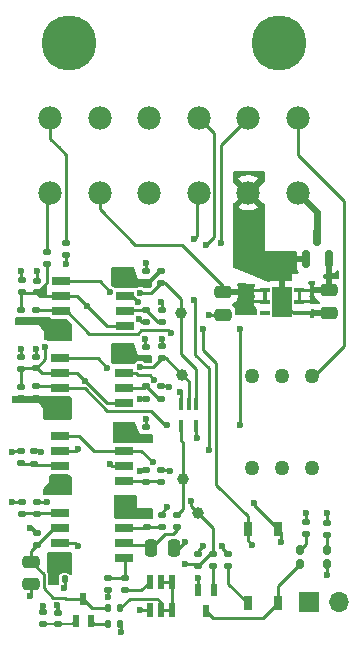
<source format=gbr>
%TF.GenerationSoftware,KiCad,Pcbnew,(6.0.8)*%
%TF.CreationDate,2023-11-13T19:04:35+01:00*%
%TF.ProjectId,BSPD-07,42535044-2d30-4372-9e6b-696361645f70,rev?*%
%TF.SameCoordinates,Original*%
%TF.FileFunction,Copper,L1,Top*%
%TF.FilePolarity,Positive*%
%FSLAX46Y46*%
G04 Gerber Fmt 4.6, Leading zero omitted, Abs format (unit mm)*
G04 Created by KiCad (PCBNEW (6.0.8)) date 2023-11-13 19:04:35*
%MOMM*%
%LPD*%
G01*
G04 APERTURE LIST*
G04 Aperture macros list*
%AMRoundRect*
0 Rectangle with rounded corners*
0 $1 Rounding radius*
0 $2 $3 $4 $5 $6 $7 $8 $9 X,Y pos of 4 corners*
0 Add a 4 corners polygon primitive as box body*
4,1,4,$2,$3,$4,$5,$6,$7,$8,$9,$2,$3,0*
0 Add four circle primitives for the rounded corners*
1,1,$1+$1,$2,$3*
1,1,$1+$1,$4,$5*
1,1,$1+$1,$6,$7*
1,1,$1+$1,$8,$9*
0 Add four rect primitives between the rounded corners*
20,1,$1+$1,$2,$3,$4,$5,0*
20,1,$1+$1,$4,$5,$6,$7,0*
20,1,$1+$1,$6,$7,$8,$9,0*
20,1,$1+$1,$8,$9,$2,$3,0*%
G04 Aperture macros list end*
%TA.AperFunction,SMDPad,CuDef*%
%ADD10RoundRect,0.135000X-0.185000X0.135000X-0.185000X-0.135000X0.185000X-0.135000X0.185000X0.135000X0*%
%TD*%
%TA.AperFunction,SMDPad,CuDef*%
%ADD11RoundRect,0.140000X0.170000X-0.140000X0.170000X0.140000X-0.170000X0.140000X-0.170000X-0.140000X0*%
%TD*%
%TA.AperFunction,SMDPad,CuDef*%
%ADD12C,1.000000*%
%TD*%
%TA.AperFunction,SMDPad,CuDef*%
%ADD13RoundRect,0.135000X0.185000X-0.135000X0.185000X0.135000X-0.185000X0.135000X-0.185000X-0.135000X0*%
%TD*%
%TA.AperFunction,SMDPad,CuDef*%
%ADD14RoundRect,0.250000X0.475000X-0.250000X0.475000X0.250000X-0.475000X0.250000X-0.475000X-0.250000X0*%
%TD*%
%TA.AperFunction,SMDPad,CuDef*%
%ADD15RoundRect,0.147500X-0.172500X0.147500X-0.172500X-0.147500X0.172500X-0.147500X0.172500X0.147500X0*%
%TD*%
%TA.AperFunction,ComponentPad*%
%ADD16C,1.269000*%
%TD*%
%TA.AperFunction,SMDPad,CuDef*%
%ADD17R,1.528000X0.650000*%
%TD*%
%TA.AperFunction,SMDPad,CuDef*%
%ADD18RoundRect,0.140000X0.140000X0.170000X-0.140000X0.170000X-0.140000X-0.170000X0.140000X-0.170000X0*%
%TD*%
%TA.AperFunction,SMDPad,CuDef*%
%ADD19RoundRect,0.250000X-0.250000X-0.475000X0.250000X-0.475000X0.250000X0.475000X-0.250000X0.475000X0*%
%TD*%
%TA.AperFunction,SMDPad,CuDef*%
%ADD20RoundRect,0.160000X0.160000X-0.222500X0.160000X0.222500X-0.160000X0.222500X-0.160000X-0.222500X0*%
%TD*%
%TA.AperFunction,SMDPad,CuDef*%
%ADD21RoundRect,0.135000X0.135000X0.185000X-0.135000X0.185000X-0.135000X-0.185000X0.135000X-0.185000X0*%
%TD*%
%TA.AperFunction,SMDPad,CuDef*%
%ADD22R,0.850000X0.300000*%
%TD*%
%TA.AperFunction,SMDPad,CuDef*%
%ADD23R,1.700000X2.500000*%
%TD*%
%TA.AperFunction,SMDPad,CuDef*%
%ADD24RoundRect,0.140000X-0.170000X0.140000X-0.170000X-0.140000X0.170000X-0.140000X0.170000X0.140000X0*%
%TD*%
%TA.AperFunction,SMDPad,CuDef*%
%ADD25RoundRect,0.250000X-0.475000X0.250000X-0.475000X-0.250000X0.475000X-0.250000X0.475000X0.250000X0*%
%TD*%
%TA.AperFunction,SMDPad,CuDef*%
%ADD26R,0.400000X1.050000*%
%TD*%
%TA.AperFunction,SMDPad,CuDef*%
%ADD27R,0.800000X1.200000*%
%TD*%
%TA.AperFunction,ComponentPad*%
%ADD28R,1.700000X1.700000*%
%TD*%
%TA.AperFunction,ComponentPad*%
%ADD29O,1.700000X1.700000*%
%TD*%
%TA.AperFunction,SMDPad,CuDef*%
%ADD30R,0.600000X1.300000*%
%TD*%
%TA.AperFunction,SMDPad,CuDef*%
%ADD31R,0.500000X1.100000*%
%TD*%
%TA.AperFunction,SMDPad,CuDef*%
%ADD32RoundRect,0.150000X0.150000X-0.587500X0.150000X0.587500X-0.150000X0.587500X-0.150000X-0.587500X0*%
%TD*%
%TA.AperFunction,ComponentPad*%
%ADD33C,4.665000*%
%TD*%
%TA.AperFunction,ComponentPad*%
%ADD34C,1.965000*%
%TD*%
%TA.AperFunction,ViaPad*%
%ADD35C,0.600000*%
%TD*%
%TA.AperFunction,Conductor*%
%ADD36C,0.254000*%
%TD*%
%TA.AperFunction,Conductor*%
%ADD37C,0.300000*%
%TD*%
%TA.AperFunction,Conductor*%
%ADD38C,0.600000*%
%TD*%
%TA.AperFunction,Conductor*%
%ADD39C,0.200000*%
%TD*%
G04 APERTURE END LIST*
D10*
%TO.P,R32,1*%
%TO.N,BRAKE_IN_NF*%
X154787600Y-102461600D03*
%TO.P,R32,2*%
%TO.N,BRAKE_IN*%
X154787600Y-103481600D03*
%TD*%
%TO.P,R31,1*%
%TO.N,TPS_IN_NF*%
X153212800Y-103172800D03*
%TO.P,R31,2*%
%TO.N,TPS_IN*%
X153212800Y-104192800D03*
%TD*%
D11*
%TO.P,C11,1*%
%TO.N,BRAKE_IN*%
X152247600Y-113052800D03*
%TO.P,C11,2*%
%TO.N,GND*%
X152247600Y-112092800D03*
%TD*%
%TO.P,C10,1*%
%TO.N,TPS_IN*%
X152298400Y-106601200D03*
%TO.P,C10,2*%
%TO.N,GND*%
X152298400Y-105641200D03*
%TD*%
D12*
%TO.P,TP2,1,1*%
%TO.N,BRAKE_COMP_OUT*%
X164642800Y-113588800D03*
%TD*%
D10*
%TO.P,R18,1*%
%TO.N,GND*%
X152095200Y-120103900D03*
%TO.P,R18,2*%
%TO.N,Net-(IC6-Pad3)*%
X152095200Y-121123900D03*
%TD*%
D13*
%TO.P,R23,1*%
%TO.N,Net-(D3-Pad2)*%
X176911000Y-127193500D03*
%TO.P,R23,2*%
%TO.N,+5V*%
X176911000Y-126173500D03*
%TD*%
%TO.P,R15,1*%
%TO.N,/10ms VAL*%
X152349200Y-128016000D03*
%TO.P,R15,2*%
%TO.N,GND*%
X152349200Y-126996000D03*
%TD*%
D14*
%TO.P,C5,1*%
%TO.N,+5V*%
X151841200Y-131328200D03*
%TO.P,C5,2*%
%TO.N,/10ms VAL*%
X151841200Y-129428200D03*
%TD*%
D15*
%TO.P,D2,1,A1*%
%TO.N,BRAKE_IN*%
X150977600Y-114627800D03*
%TO.P,D2,2,A2*%
%TO.N,GND*%
X150977600Y-115597800D03*
%TD*%
D13*
%TO.P,R4,1*%
%TO.N,GND*%
X161550800Y-109120400D03*
%TO.P,R4,2*%
%TO.N,Net-(IC1-Pad6)*%
X161550800Y-108100400D03*
%TD*%
D16*
%TO.P,RV1,1,1*%
%TO.N,unconnected-(RV1-Pad1)*%
X170561000Y-113715800D03*
%TO.P,RV1,2,2*%
%TO.N,+5V*%
X173101000Y-113715800D03*
%TO.P,RV1,3,3*%
%TO.N,TPS_TRIG*%
X175641000Y-113715800D03*
%TD*%
D10*
%TO.P,R30,1*%
%TO.N,GND*%
X161544000Y-121664000D03*
%TO.P,R30,2*%
%TO.N,Net-(IC6-Pad5)*%
X161544000Y-122684000D03*
%TD*%
D17*
%TO.P,IC1,1,OUT1*%
%TO.N,TPS_COMP_OUT*%
X154394800Y-105689400D03*
%TO.P,IC1,2,IN1-*%
%TO.N,TPS_IN*%
X154394800Y-106959400D03*
%TO.P,IC1,3,IN1+*%
%TO.N,TPS_TRIG*%
X154394800Y-108229400D03*
%TO.P,IC1,4,GND*%
%TO.N,GND*%
X154394800Y-109499400D03*
%TO.P,IC1,5,IN2+*%
%TO.N,TPS_IN*%
X159816800Y-109499400D03*
%TO.P,IC1,6,IN2-*%
%TO.N,Net-(IC1-Pad6)*%
X159816800Y-108229400D03*
%TO.P,IC1,7,OUT2*%
%TO.N,ERR_FINAL*%
X159816800Y-106959400D03*
%TO.P,IC1,8,V+*%
%TO.N,+5V*%
X159816800Y-105689400D03*
%TD*%
D18*
%TO.P,C4,1*%
%TO.N,GND*%
X154658000Y-130937000D03*
%TO.P,C4,2*%
%TO.N,+5V*%
X153698000Y-130937000D03*
%TD*%
D19*
%TO.P,C3,1*%
%TO.N,Net-(IC3-Pad2)*%
X161991000Y-128270000D03*
%TO.P,C3,2*%
%TO.N,GND*%
X163891000Y-128270000D03*
%TD*%
D13*
%TO.P,R29,1*%
%TO.N,Net-(IC6-Pad5)*%
X162864800Y-122684000D03*
%TO.P,R29,2*%
%TO.N,+5V*%
X162864800Y-121664000D03*
%TD*%
%TO.P,R5,1*%
%TO.N,GND*%
X152203600Y-115584700D03*
%TO.P,R5,2*%
%TO.N,BRAKE_TRIG*%
X152203600Y-114564700D03*
%TD*%
%TO.P,R12,1*%
%TO.N,Net-(IC3-Pad2)*%
X164211000Y-126494000D03*
%TO.P,R12,2*%
%TO.N,ERR_CURRENT*%
X164211000Y-125474000D03*
%TD*%
%TO.P,R7,1*%
%TO.N,Net-(IC1-Pad6)*%
X162868800Y-109120400D03*
%TO.P,R7,2*%
%TO.N,+5V*%
X162868800Y-108100400D03*
%TD*%
%TO.P,R20,1*%
%TO.N,Net-(C8-Pad2)*%
X152806400Y-134751600D03*
%TO.P,R20,2*%
%TO.N,GND*%
X152806400Y-133731600D03*
%TD*%
D20*
%TO.P,D4,1,K*%
%TO.N,INFO_LED*%
X174625000Y-129604500D03*
%TO.P,D4,2,A*%
%TO.N,Net-(D4-Pad2)*%
X174625000Y-128459500D03*
%TD*%
%TO.P,D3,1,K*%
%TO.N,GND*%
X176911000Y-129604500D03*
%TO.P,D3,2,A*%
%TO.N,Net-(D3-Pad2)*%
X176911000Y-128459500D03*
%TD*%
D13*
%TO.P,R11,1*%
%TO.N,/500MS_REF*%
X161598800Y-126492000D03*
%TO.P,R11,2*%
%TO.N,GND*%
X161598800Y-125472000D03*
%TD*%
D21*
%TO.P,R21,1*%
%TO.N,GND*%
X159387000Y-134747000D03*
%TO.P,R21,2*%
%TO.N,Net-(Q2-Pad2)*%
X158367000Y-134747000D03*
%TD*%
D17*
%TO.P,IC2,1,OUT1*%
%TO.N,BRAKE_COMP_OUT*%
X154311800Y-112189800D03*
%TO.P,IC2,2,IN1-*%
%TO.N,BRAKE_IN*%
X154311800Y-113459800D03*
%TO.P,IC2,3,IN1+*%
%TO.N,BRAKE_TRIG*%
X154311800Y-114729800D03*
%TO.P,IC2,4,GND*%
%TO.N,GND*%
X154311800Y-115999800D03*
%TO.P,IC2,5,IN2+*%
%TO.N,BRAKE_IN*%
X159733800Y-115999800D03*
%TO.P,IC2,6,IN2-*%
%TO.N,Net-(IC2-Pad6)*%
X159733800Y-114729800D03*
%TO.P,IC2,7,OUT2*%
%TO.N,ERR_FINAL*%
X159733800Y-113459800D03*
%TO.P,IC2,8,V+*%
%TO.N,+5V*%
X159733800Y-112189800D03*
%TD*%
D22*
%TO.P,IC4,1,GND_1*%
%TO.N,GND*%
X174548200Y-108366600D03*
%TO.P,IC4,2,EN*%
%TO.N,Net-(C6-Pad1)*%
X174548200Y-107416600D03*
%TO.P,IC4,3,VIN*%
X174548200Y-106466600D03*
%TO.P,IC4,4,VOUT*%
%TO.N,+5V*%
X171648200Y-106466600D03*
%TO.P,IC4,5,VSENSE*%
X171648200Y-107416600D03*
%TO.P,IC4,6,ADJ*%
%TO.N,unconnected-(IC4-Pad6)*%
X171648200Y-108366600D03*
D23*
%TO.P,IC4,7,GND_2*%
%TO.N,GND*%
X173098200Y-107416600D03*
%TD*%
D24*
%TO.P,C2,1*%
%TO.N,GND*%
X161544000Y-111252600D03*
%TO.P,C2,2*%
%TO.N,+5V*%
X161544000Y-112212600D03*
%TD*%
D15*
%TO.P,D1,1,A1*%
%TO.N,TPS_IN*%
X150981600Y-108098000D03*
%TO.P,D1,2,A2*%
%TO.N,GND*%
X150981600Y-109068000D03*
%TD*%
D25*
%TO.P,C6,1*%
%TO.N,Net-(C6-Pad1)*%
X177035200Y-106466600D03*
%TO.P,C6,2*%
%TO.N,GND*%
X177035200Y-108366600D03*
%TD*%
D13*
%TO.P,R9,1*%
%TO.N,TPS_COMP_OUT*%
X162820800Y-105818400D03*
%TO.P,R9,2*%
%TO.N,+5V*%
X162820800Y-104798400D03*
%TD*%
D26*
%TO.P,IC5,1,B*%
%TO.N,TPS_COMP_OUT*%
X165804800Y-116042400D03*
%TO.P,IC5,2,A*%
%TO.N,BRAKE_COMP_OUT*%
X165154800Y-116042400D03*
%TO.P,IC5,3,GND*%
%TO.N,GND*%
X164504800Y-116042400D03*
%TO.P,IC5,4,Y*%
%TO.N,ERR_CURRENT*%
X164504800Y-117942400D03*
%TO.P,IC5,5,VCC*%
%TO.N,+5V*%
X165804800Y-117942400D03*
%TD*%
D17*
%TO.P,IC6,1,OUT1*%
%TO.N,ERR_FINAL*%
X154286400Y-118795800D03*
%TO.P,IC6,2,IN1-*%
%TO.N,BRAKE_IN*%
X154286400Y-120065800D03*
%TO.P,IC6,3,IN1+*%
%TO.N,Net-(IC6-Pad3)*%
X154286400Y-121335800D03*
%TO.P,IC6,4,GND*%
%TO.N,GND*%
X154286400Y-122605800D03*
%TO.P,IC6,5,IN2+*%
%TO.N,Net-(IC6-Pad5)*%
X159708400Y-122605800D03*
%TO.P,IC6,6,IN2-*%
%TO.N,TPS_IN*%
X159708400Y-121335800D03*
%TO.P,IC6,7,OUT2*%
%TO.N,ERR_FINAL*%
X159708400Y-120065800D03*
%TO.P,IC6,8,V+*%
%TO.N,+5V*%
X159708400Y-118795800D03*
%TD*%
%TO.P,IC3,1,OUT1*%
%TO.N,Net-(IC3-Pad1)*%
X159708400Y-129157000D03*
%TO.P,IC3,2,IN1-*%
%TO.N,Net-(IC3-Pad2)*%
X159708400Y-127887000D03*
%TO.P,IC3,3,IN1+*%
%TO.N,/500MS_REF*%
X159708400Y-126617000D03*
%TO.P,IC3,4,GND*%
%TO.N,GND*%
X159708400Y-125347000D03*
%TO.P,IC3,5,IN2+*%
%TO.N,/10s REF*%
X154286400Y-125347000D03*
%TO.P,IC3,6,IN2-*%
%TO.N,/10ms VAL*%
X154286400Y-126617000D03*
%TO.P,IC3,7,OUT2*%
%TO.N,ERR_FINAL*%
X154286400Y-127887000D03*
%TO.P,IC3,8,V+*%
%TO.N,+5V*%
X154286400Y-129157000D03*
%TD*%
D12*
%TO.P,TP1,1,1*%
%TO.N,TPS_COMP_OUT*%
X164515800Y-108356400D03*
%TD*%
D27*
%TO.P,U2,1*%
%TO.N,Net-(R22-Pad1)*%
X170180000Y-132944000D03*
%TO.P,U2,3*%
%TO.N,INFO_LED*%
X172720000Y-132944000D03*
%TO.P,U2,4*%
%TO.N,SAFETY_OUT*%
X172720000Y-126644000D03*
%TO.P,U2,6*%
%TO.N,SAFETY_IN*%
X170180000Y-126644000D03*
%TD*%
D13*
%TO.P,R26,1*%
%TO.N,/10s REF*%
X152349200Y-125434000D03*
%TO.P,R26,2*%
%TO.N,GND*%
X152349200Y-124414000D03*
%TD*%
%TO.P,R10,1*%
%TO.N,BRAKE_COMP_OUT*%
X162890200Y-112217200D03*
%TO.P,R10,2*%
%TO.N,+5V*%
X162890200Y-111197200D03*
%TD*%
%TO.P,R27,1*%
%TO.N,Net-(IC6-Pad3)*%
X150977600Y-121109200D03*
%TO.P,R27,2*%
%TO.N,+5V*%
X150977600Y-120089200D03*
%TD*%
D16*
%TO.P,RV2,1,1*%
%TO.N,unconnected-(RV2-Pad1)*%
X170561000Y-121500500D03*
%TO.P,RV2,2,2*%
%TO.N,+5V*%
X173101000Y-121500500D03*
%TO.P,RV2,3,3*%
%TO.N,BRAKE_TRIG*%
X175641000Y-121500500D03*
%TD*%
D10*
%TO.P,R16,1*%
%TO.N,Net-(IC3-Pad1)*%
X159766000Y-130808000D03*
%TO.P,R16,2*%
%TO.N,Net-(Q1-Pad3)*%
X159766000Y-131828000D03*
%TD*%
D12*
%TO.P,TP3,1,1*%
%TO.N,ERR_FINAL*%
X165989000Y-125349000D03*
%TD*%
D21*
%TO.P,R14,1*%
%TO.N,Net-(Q1-Pad1)*%
X159387000Y-133350000D03*
%TO.P,R14,2*%
%TO.N,/10ms VAL*%
X158367000Y-133350000D03*
%TD*%
D13*
%TO.P,R8,1*%
%TO.N,Net-(IC2-Pad6)*%
X162864800Y-115620800D03*
%TO.P,R8,2*%
%TO.N,+5V*%
X162864800Y-114600800D03*
%TD*%
D25*
%TO.P,C7,1*%
%TO.N,+5V*%
X168097200Y-106608800D03*
%TO.P,C7,2*%
%TO.N,GND*%
X168097200Y-108508800D03*
%TD*%
D10*
%TO.P,R28,1*%
%TO.N,ERR_FINAL*%
X167259000Y-128776000D03*
%TO.P,R28,2*%
%TO.N,Net-(Q3-Pad1)*%
X167259000Y-129796000D03*
%TD*%
%TO.P,R2,1*%
%TO.N,GND*%
X150977600Y-112062800D03*
%TO.P,R2,2*%
%TO.N,BRAKE_IN*%
X150977600Y-113082800D03*
%TD*%
D13*
%TO.P,R19,1*%
%TO.N,ERR_FINAL*%
X165989000Y-129796000D03*
%TO.P,R19,2*%
%TO.N,+5V*%
X165989000Y-128776000D03*
%TD*%
%TO.P,R3,1*%
%TO.N,GND*%
X152200800Y-109118400D03*
%TO.P,R3,2*%
%TO.N,TPS_TRIG*%
X152200800Y-108098400D03*
%TD*%
%TO.P,R22,1*%
%TO.N,Net-(R22-Pad1)*%
X168529000Y-129796000D03*
%TO.P,R22,2*%
%TO.N,+5V*%
X168529000Y-128776000D03*
%TD*%
D28*
%TO.P,JP1,1,A*%
%TO.N,SAFETY_IN*%
X175382000Y-132842000D03*
D29*
%TO.P,JP1,2,B*%
%TO.N,SAFETY_OUT*%
X177922000Y-132842000D03*
%TD*%
D10*
%TO.P,R25,1*%
%TO.N,+5V*%
X151079200Y-124414000D03*
%TO.P,R25,2*%
%TO.N,/10s REF*%
X151079200Y-125434000D03*
%TD*%
%TO.P,R1,1*%
%TO.N,GND*%
X151028400Y-105611200D03*
%TO.P,R1,2*%
%TO.N,TPS_IN*%
X151028400Y-106631200D03*
%TD*%
D12*
%TO.P,TP4,1,1*%
%TO.N,ERR_CURRENT*%
X164719000Y-122428000D03*
%TD*%
D13*
%TO.P,R24,1*%
%TO.N,Net-(D4-Pad2)*%
X175133000Y-127129000D03*
%TO.P,R24,2*%
%TO.N,+5V*%
X175133000Y-126109000D03*
%TD*%
%TO.P,R6,1*%
%TO.N,GND*%
X161594800Y-115620800D03*
%TO.P,R6,2*%
%TO.N,Net-(IC2-Pad6)*%
X161594800Y-114600800D03*
%TD*%
D24*
%TO.P,C1,1*%
%TO.N,GND*%
X161550800Y-104828400D03*
%TO.P,C1,2*%
%TO.N,+5V*%
X161550800Y-105788400D03*
%TD*%
D30*
%TO.P,Q1,1,DRAIN_1*%
%TO.N,Net-(Q1-Pad1)*%
X163764000Y-131134000D03*
%TO.P,Q1,2,DRAIN_2*%
X162814000Y-131134000D03*
%TO.P,Q1,3,GATE*%
%TO.N,Net-(Q1-Pad3)*%
X161864000Y-131134000D03*
%TO.P,Q1,4,SOURCE*%
%TO.N,+5V*%
X161864000Y-133534000D03*
%TO.P,Q1,5,DRAIN_3*%
%TO.N,Net-(Q1-Pad1)*%
X162814000Y-133534000D03*
%TO.P,Q1,6,DRAIN_4*%
X163764000Y-133534000D03*
%TD*%
D31*
%TO.P,Q3,1*%
%TO.N,Net-(Q3-Pad1)*%
X167274000Y-131815000D03*
%TO.P,Q3,2*%
%TO.N,GND*%
X165974000Y-131815000D03*
%TO.P,Q3,3*%
%TO.N,INFO_LED*%
X166624000Y-133615000D03*
%TD*%
D32*
%TO.P,Q4,1,G*%
%TO.N,GND*%
X175120000Y-103832900D03*
%TO.P,Q4,2,S*%
%TO.N,Net-(C6-Pad1)*%
X177020000Y-103832900D03*
%TO.P,Q4,3,D*%
%TO.N,+12V*%
X176070000Y-101957900D03*
%TD*%
D13*
%TO.P,R13,1*%
%TO.N,/500MS_REF*%
X162868800Y-126492000D03*
%TO.P,R13,2*%
%TO.N,+5V*%
X162868800Y-125472000D03*
%TD*%
D24*
%TO.P,C8,1*%
%TO.N,+5V*%
X154127200Y-133761600D03*
%TO.P,C8,2*%
%TO.N,Net-(C8-Pad2)*%
X154127200Y-134721600D03*
%TD*%
D10*
%TO.P,R17,1*%
%TO.N,Net-(IC3-Pad1)*%
X158369000Y-130801200D03*
%TO.P,R17,2*%
%TO.N,+5V*%
X158369000Y-131821200D03*
%TD*%
D31*
%TO.P,Q2,1*%
%TO.N,Net-(C8-Pad2)*%
X155610800Y-134416800D03*
%TO.P,Q2,2*%
%TO.N,Net-(Q2-Pad2)*%
X156910800Y-134416800D03*
%TO.P,Q2,3*%
%TO.N,/10ms VAL*%
X156260800Y-132616800D03*
%TD*%
D24*
%TO.P,C9,1*%
%TO.N,GND*%
X161544000Y-118011000D03*
%TO.P,C9,2*%
%TO.N,+5V*%
X161544000Y-118971000D03*
%TD*%
D33*
%TO.P,J1,MH2,MH2*%
%TO.N,unconnected-(J1-PadMH2)*%
X155033800Y-85496400D03*
%TO.P,J1,MH1,MH1*%
%TO.N,unconnected-(J1-PadMH1)*%
X172813800Y-85496400D03*
D34*
%TO.P,J1,12,12*%
%TO.N,TPS_TRIG*%
X174403800Y-91846400D03*
%TO.P,J1,11,11*%
%TO.N,BRAKE_TRIG*%
X170213800Y-91846400D03*
%TO.P,J1,10,10*%
%TO.N,SAFETY_IN*%
X166023800Y-91846400D03*
%TO.P,J1,9,9*%
%TO.N,unconnected-(J1-Pad9)*%
X161833800Y-91846400D03*
%TO.P,J1,8,8*%
%TO.N,unconnected-(J1-Pad8)*%
X157643800Y-91846400D03*
%TO.P,J1,7,7*%
%TO.N,BRAKE_IN_NF*%
X153453800Y-91846400D03*
%TO.P,J1,6,6*%
%TO.N,TPS_IN_NF*%
X153453800Y-98196400D03*
%TO.P,J1,5,5*%
%TO.N,+5V*%
X157643800Y-98196400D03*
%TO.P,J1,4,4*%
%TO.N,unconnected-(J1-Pad4)*%
X161833800Y-98196400D03*
%TO.P,J1,3,3*%
%TO.N,SAFETY_OUT*%
X166023800Y-98196400D03*
%TO.P,J1,2,2*%
%TO.N,GND*%
X170213800Y-98196400D03*
%TO.P,J1,1,1*%
%TO.N,+12V*%
X174403800Y-98196400D03*
%TD*%
D35*
%TO.N,GND*%
X152247600Y-111455200D03*
%TO.N,BRAKE_IN*%
X153031446Y-111297749D03*
X154787600Y-104190800D03*
%TO.N,GND*%
X150977600Y-111455200D03*
X151003000Y-104800400D03*
%TO.N,TPS_COMP_OUT*%
X161080302Y-106654600D03*
X158546800Y-106603800D03*
%TO.N,TPS_IN*%
X156527500Y-107759500D03*
X158496000Y-121158000D03*
%TO.N,GND*%
X154022800Y-110388400D03*
X153286200Y-110388400D03*
X160499800Y-124138000D03*
X165989000Y-130810000D03*
X171675800Y-103784400D03*
X153212800Y-124358400D03*
X161010600Y-115620800D03*
X159229800Y-124138000D03*
X159410400Y-135382000D03*
X153307600Y-123444000D03*
X161036000Y-121767600D03*
X173580800Y-104673400D03*
X159864800Y-124138000D03*
X164846000Y-127762000D03*
X153307600Y-117015800D03*
X161544000Y-117322600D03*
X166878000Y-108585000D03*
X152654000Y-120142000D03*
X169643800Y-103784400D03*
X154018800Y-123444000D03*
X154784800Y-110388400D03*
X172691800Y-103784400D03*
X152298400Y-104800400D03*
X172691800Y-104673400D03*
X173580800Y-103784400D03*
X164465000Y-115062000D03*
X154780800Y-117015800D03*
X154018800Y-117015800D03*
X160977207Y-108858314D03*
X176911000Y-130556000D03*
X161592000Y-104114600D03*
X170659800Y-104673400D03*
X161511800Y-110538800D03*
X151765000Y-126619000D03*
X154780800Y-123444000D03*
X171675800Y-104673400D03*
X170659800Y-103784400D03*
X152806400Y-133146800D03*
X154635200Y-131673600D03*
%TO.N,+5V*%
X163626800Y-121716800D03*
X158369000Y-132461000D03*
X159639000Y-104825800D03*
X150241000Y-124409200D03*
X165862000Y-118999000D03*
X169672000Y-106553000D03*
X159000000Y-111275400D03*
X170434000Y-107289600D03*
X162864800Y-107442000D03*
X151765000Y-132334000D03*
X160274000Y-104825800D03*
X160377737Y-117968230D03*
X170434000Y-106553000D03*
X159107737Y-117968230D03*
X176911000Y-125349000D03*
X159635000Y-111275400D03*
X154914600Y-130048000D03*
X159742737Y-117968230D03*
X153979385Y-133117949D03*
X163322000Y-124841000D03*
X161036000Y-133553200D03*
X163525200Y-114630200D03*
X160270000Y-111275400D03*
X150215600Y-120142000D03*
X168021000Y-128143000D03*
X175133000Y-125349000D03*
X170434000Y-108077000D03*
X166370000Y-128143000D03*
X153670000Y-130048000D03*
X154305000Y-130048000D03*
X169672000Y-107289600D03*
X159004000Y-104825800D03*
X169672000Y-108077000D03*
X162941000Y-110617000D03*
%TO.N,BRAKE_COMP_OUT*%
X158267400Y-113004600D03*
X161055263Y-112941170D03*
%TO.N,BRAKE_IN*%
X155829000Y-119888000D03*
X156387901Y-114104367D03*
%TO.N,SAFETY_IN*%
X166624000Y-102616000D03*
X166370000Y-109736500D03*
X170561000Y-128016000D03*
%TO.N,SAFETY_OUT*%
X170688000Y-124460000D03*
X172974000Y-127762000D03*
X166886500Y-120015000D03*
X165608000Y-102108000D03*
X165624500Y-107315000D03*
%TO.N,TPS_TRIG*%
X163703000Y-110109000D03*
%TO.N,BRAKE_TRIG*%
X169545000Y-117856000D03*
X169545000Y-109728000D03*
X163322000Y-117856000D03*
X167894000Y-102489000D03*
%TO.N,ERR_FINAL*%
X155829000Y-128143000D03*
X162229800Y-114018484D03*
X162114764Y-121025237D03*
X165345500Y-124333000D03*
X164846000Y-129667000D03*
X160909000Y-107473900D03*
%TD*%
D36*
%TO.N,BRAKE_IN*%
X153031446Y-111297749D02*
X153031446Y-112279392D01*
X153031446Y-112279392D02*
X152207238Y-113103600D01*
%TO.N,GND*%
X151003000Y-104800400D02*
X151003000Y-105692000D01*
X152247600Y-112092800D02*
X152247600Y-111455200D01*
%TO.N,BRAKE_IN_NF*%
X154787600Y-102461600D02*
X154787600Y-94996000D01*
X154787600Y-94996000D02*
X154152600Y-94361000D01*
X153453800Y-93662200D02*
X154152600Y-94361000D01*
%TO.N,BRAKE_IN*%
X154787600Y-104190800D02*
X154787600Y-103481600D01*
%TO.N,BRAKE_IN_NF*%
X153453800Y-91846400D02*
X153453800Y-93662200D01*
%TO.N,GND*%
X150977600Y-112062800D02*
X150977600Y-111455200D01*
%TO.N,BRAKE_IN*%
X150933600Y-114566700D02*
X150933600Y-113126800D01*
X152718300Y-113459800D02*
X154311800Y-113459800D01*
X152328600Y-113074100D02*
X152330600Y-113072100D01*
X152330600Y-113072100D02*
X152718300Y-113459800D01*
X150986300Y-113074100D02*
X152328600Y-113074100D01*
%TO.N,TPS_IN_NF*%
X153212800Y-98437400D02*
X153453800Y-98196400D01*
X153212800Y-103170800D02*
X153212800Y-98437400D01*
%TO.N,TPS_IN*%
X153212800Y-105793000D02*
X153035000Y-105970800D01*
X153212800Y-104190800D02*
X153212800Y-105793000D01*
X151003000Y-106652000D02*
X151056400Y-106705400D01*
X151056400Y-106705400D02*
X152196800Y-106705400D01*
X150981600Y-106673400D02*
X151003000Y-106652000D01*
X150981600Y-108098000D02*
X150981600Y-106673400D01*
%TO.N,GND*%
X152298400Y-104927400D02*
X152298400Y-105664800D01*
X152273000Y-104902000D02*
X152298400Y-104927400D01*
%TO.N,TPS_COMP_OUT*%
X161080302Y-106654600D02*
X161984600Y-106654600D01*
X164515800Y-107188000D02*
X164515800Y-108356400D01*
X162820800Y-105818400D02*
X163146200Y-105818400D01*
X164515800Y-111836200D02*
X165804800Y-113125200D01*
X163146200Y-105818400D02*
X164515800Y-107188000D01*
X154394800Y-105689400D02*
X157632400Y-105689400D01*
X164515800Y-108356400D02*
X164515800Y-111836200D01*
X165804800Y-113125200D02*
X165804800Y-116042400D01*
X161984600Y-106654600D02*
X162820800Y-105818400D01*
X157632400Y-105689400D02*
X158546800Y-106603800D01*
%TO.N,TPS_IN*%
X152616900Y-106388900D02*
X152743900Y-106261900D01*
X152870900Y-106769900D02*
X153060400Y-106959400D01*
X155727400Y-106959400D02*
X156527500Y-107759500D01*
X152870900Y-106134900D02*
X152870900Y-106769900D01*
X152298400Y-106707400D02*
X152616900Y-106388900D01*
X158673800Y-121335800D02*
X158496000Y-121158000D01*
X152743900Y-106261900D02*
X152755600Y-106273600D01*
X152870900Y-106134900D02*
X153035000Y-105970800D01*
X152298400Y-106707400D02*
X152550400Y-106959400D01*
X158267400Y-109499400D02*
X159816800Y-109499400D01*
X152755600Y-106959400D02*
X153060400Y-106959400D01*
X156527500Y-107759500D02*
X158267400Y-109499400D01*
X152550400Y-106959400D02*
X152755600Y-106959400D01*
X153060400Y-106959400D02*
X154394800Y-106959400D01*
X152755600Y-106273600D02*
X152755600Y-106959400D01*
%TO.N,TPS_IN_NF*%
X153035000Y-98615200D02*
X153453800Y-98196400D01*
%TO.N,TPS_IN*%
X154394800Y-106959400D02*
X155727400Y-106959400D01*
X152616900Y-106388900D02*
X152550400Y-106455400D01*
X153035000Y-105970800D02*
X153035000Y-106934000D01*
X152743900Y-106261900D02*
X152870900Y-106134900D01*
X153035000Y-106934000D02*
X153060400Y-106959400D01*
X159708400Y-121335800D02*
X158673800Y-121335800D01*
X152550400Y-106455400D02*
X152550400Y-106959400D01*
%TO.N,GND*%
X174548200Y-108366600D02*
X174048200Y-108366600D01*
X161036000Y-121767600D02*
X161139600Y-121664000D01*
X164338000Y-128270000D02*
X164846000Y-127762000D01*
X165974000Y-130825000D02*
X165989000Y-130810000D01*
X161511800Y-110538800D02*
X161511800Y-111220400D01*
D37*
X152271000Y-126998000D02*
X151892000Y-126619000D01*
D36*
X152654000Y-120142000D02*
X152615900Y-120103900D01*
X161010600Y-115620800D02*
X161594800Y-115620800D01*
X161511800Y-111220400D02*
X161544000Y-111252600D01*
X152404800Y-124358400D02*
X152349200Y-124414000D01*
X161139600Y-121664000D02*
X161544000Y-121664000D01*
X164504800Y-115101800D02*
X164465000Y-115062000D01*
X165974000Y-131815000D02*
X165974000Y-130825000D01*
X161544000Y-117322600D02*
X161544000Y-118011000D01*
X160977207Y-108858314D02*
X161239293Y-109120400D01*
X152615900Y-120103900D02*
X152095200Y-120103900D01*
X176911000Y-129604500D02*
X176911000Y-130556000D01*
X161239293Y-109120400D02*
X161550800Y-109120400D01*
X154658000Y-131650800D02*
X154658000Y-130937000D01*
D37*
X152806400Y-133731600D02*
X152806400Y-133146800D01*
D36*
X161515800Y-104770800D02*
X161548000Y-104803000D01*
X153212800Y-124358400D02*
X152404800Y-124358400D01*
X164504800Y-116042400D02*
X164504800Y-115101800D01*
X163891000Y-128270000D02*
X164338000Y-128270000D01*
X166954200Y-108508800D02*
X168097200Y-108508800D01*
X159410400Y-134770400D02*
X159387000Y-134747000D01*
D37*
X151892000Y-126619000D02*
X151765000Y-126619000D01*
X152400000Y-126998000D02*
X152271000Y-126998000D01*
D36*
X154635200Y-131673600D02*
X154658000Y-131650800D01*
X166878000Y-108585000D02*
X166954200Y-108508800D01*
X159410400Y-135382000D02*
X159410400Y-134770400D01*
X174048200Y-108366600D02*
X173098200Y-107416600D01*
X161515800Y-104089200D02*
X161515800Y-104770800D01*
%TO.N,Net-(IC1-Pad6)*%
X159945800Y-108100400D02*
X159816800Y-108229400D01*
X162570800Y-109120400D02*
X161550800Y-108100400D01*
X162868800Y-109120400D02*
X162570800Y-109120400D01*
X161550800Y-108100400D02*
X159945800Y-108100400D01*
%TO.N,+5V*%
X161521200Y-112189800D02*
X161544000Y-112212600D01*
X168021000Y-128268000D02*
X168529000Y-128776000D01*
X161055200Y-133534000D02*
X161864000Y-133534000D01*
X168021000Y-128143000D02*
X168021000Y-128268000D01*
X150255700Y-120101900D02*
X150825200Y-120101900D01*
X162868800Y-108100400D02*
X162868800Y-107446000D01*
X159816800Y-105689400D02*
X161451800Y-105689400D01*
X157643800Y-99604800D02*
X160655000Y-102616000D01*
X151841200Y-132257800D02*
X151841200Y-131328200D01*
X159733800Y-112189800D02*
X161521200Y-112189800D01*
D37*
X154127200Y-133265764D02*
X154127200Y-133761600D01*
D36*
X168097200Y-106121200D02*
X168097200Y-106608800D01*
D37*
X153979385Y-133117949D02*
X154127200Y-133265764D01*
D36*
X162941000Y-111146400D02*
X162890200Y-111197200D01*
D37*
X161830800Y-105788400D02*
X162820800Y-104798400D01*
D36*
X151765000Y-132334000D02*
X151841200Y-132257800D01*
X162868800Y-125294200D02*
X163322000Y-124841000D01*
X165804800Y-118941800D02*
X165862000Y-118999000D01*
X165989000Y-128524000D02*
X166370000Y-128143000D01*
X165804800Y-117942400D02*
X165804800Y-118941800D01*
X161451800Y-105689400D02*
X161550800Y-105788400D01*
X150245800Y-124414000D02*
X151079200Y-124414000D01*
X176911000Y-125349000D02*
X176911000Y-126173500D01*
X161036000Y-133553200D02*
X161055200Y-133534000D01*
X165989000Y-128776000D02*
X165989000Y-128524000D01*
X157643800Y-98196400D02*
X157643800Y-99604800D01*
X162868800Y-107446000D02*
X162864800Y-107442000D01*
X175133000Y-126109000D02*
X175133000Y-125349000D01*
X150241000Y-124409200D02*
X150245800Y-124414000D01*
X159841537Y-118882630D02*
X161628937Y-118882630D01*
X150215600Y-120142000D02*
X150255700Y-120101900D01*
X158369000Y-132461000D02*
X158369000Y-131821200D01*
X162941000Y-110617000D02*
X162941000Y-111146400D01*
X162864800Y-121664000D02*
X163574000Y-121664000D01*
D37*
X161550800Y-105788400D02*
X161830800Y-105788400D01*
D36*
X160655000Y-102616000D02*
X164592000Y-102616000D01*
X161525200Y-105740200D02*
X161548000Y-105763000D01*
X162868800Y-125472000D02*
X162868800Y-125294200D01*
X163574000Y-121664000D02*
X163626800Y-121716800D01*
X163525200Y-114630200D02*
X163495800Y-114600800D01*
X163495800Y-114600800D02*
X162864800Y-114600800D01*
X164592000Y-102616000D02*
X168097200Y-106121200D01*
%TO.N,BRAKE_COMP_OUT*%
X164642800Y-113588800D02*
X165154800Y-114100800D01*
X162890200Y-112217200D02*
X163271200Y-112217200D01*
X154311800Y-112189800D02*
X157452600Y-112189800D01*
X157452600Y-112189800D02*
X158267400Y-113004600D01*
X165154800Y-114100800D02*
X165154800Y-116042400D01*
X161055263Y-112941170D02*
X162166230Y-112941170D01*
X162166230Y-112941170D02*
X162890200Y-112217200D01*
X163271200Y-112217200D02*
X164642800Y-113588800D01*
%TO.N,BRAKE_IN*%
X154311800Y-113459800D02*
X154337200Y-113434400D01*
X155651200Y-120065800D02*
X154286400Y-120065800D01*
X158263400Y-115999800D02*
X159733800Y-115999800D01*
X154337200Y-113434400D02*
X155698000Y-113434400D01*
X155698000Y-113434400D02*
X158263400Y-115999800D01*
X155829000Y-119888000D02*
X155651200Y-120065800D01*
D38*
%TO.N,+12V*%
X176070000Y-101957900D02*
X176070000Y-99862600D01*
X176070000Y-99862600D02*
X174403800Y-98196400D01*
D36*
%TO.N,SAFETY_IN*%
X166370000Y-109736500D02*
X166370000Y-111506000D01*
X167333300Y-101906700D02*
X167333300Y-93155900D01*
X170180000Y-125603000D02*
X170180000Y-126644000D01*
X166370000Y-111506000D02*
X167513000Y-112649000D01*
X167333300Y-93155900D02*
X166023800Y-91846400D01*
X170561000Y-128016000D02*
X170180000Y-127635000D01*
X167513000Y-122936000D02*
X170180000Y-125603000D01*
X167513000Y-112649000D02*
X167513000Y-122936000D01*
X170180000Y-127635000D02*
X170180000Y-126644000D01*
X166624000Y-102616000D02*
X167333300Y-101906700D01*
%TO.N,SAFETY_OUT*%
X165743000Y-111895000D02*
X165743000Y-107433500D01*
X166886500Y-120015000D02*
X166886500Y-113038500D01*
X170688000Y-124612000D02*
X172720000Y-126644000D01*
X165870000Y-101846000D02*
X165870000Y-98350200D01*
X170688000Y-124460000D02*
X170688000Y-124612000D01*
X166886500Y-113038500D02*
X165743000Y-111895000D01*
X165743000Y-107433500D02*
X165624500Y-107315000D01*
X165870000Y-98350200D02*
X166023800Y-98196400D01*
X172974000Y-127762000D02*
X172974000Y-126898000D01*
X172974000Y-126898000D02*
X172720000Y-126644000D01*
X165608000Y-102108000D02*
X165870000Y-101846000D01*
%TO.N,Net-(IC3-Pad2)*%
X159837400Y-128016000D02*
X161737000Y-128016000D01*
X159708400Y-127887000D02*
X159837400Y-128016000D01*
X163134000Y-127127000D02*
X163830000Y-127127000D01*
X164211000Y-126746000D02*
X164211000Y-126494000D01*
X161737000Y-128016000D02*
X161991000Y-128270000D01*
X163830000Y-127127000D02*
X164211000Y-126746000D01*
X161991000Y-128270000D02*
X163134000Y-127127000D01*
D39*
%TO.N,Net-(C8-Pad2)*%
X155306000Y-134721600D02*
X155610800Y-134416800D01*
X154097200Y-134751600D02*
X154127200Y-134721600D01*
X154127200Y-134721600D02*
X155306000Y-134721600D01*
X152806400Y-134751600D02*
X154097200Y-134751600D01*
D36*
%TO.N,ERR_CURRENT*%
X164719000Y-119380000D02*
X164504800Y-119165800D01*
X164211000Y-125474000D02*
X164719000Y-124966000D01*
X164504800Y-119165800D02*
X164504800Y-117942400D01*
X164719000Y-124966000D02*
X164719000Y-122428000D01*
X164719000Y-122428000D02*
X164719000Y-119380000D01*
%TO.N,TPS_TRIG*%
X174403800Y-91846400D02*
X174403800Y-95028800D01*
X152200800Y-108098400D02*
X154263800Y-108098400D01*
X163449000Y-109855000D02*
X161163000Y-109855000D01*
X163703000Y-110109000D02*
X163449000Y-109855000D01*
X178308000Y-111173000D02*
X175765200Y-113715800D01*
X154833800Y-108229400D02*
X154394800Y-108229400D01*
X174403800Y-95028800D02*
X178308000Y-98933000D01*
X178308000Y-98933000D02*
X178308000Y-111173000D01*
X156755800Y-110151400D02*
X154833800Y-108229400D01*
X160866600Y-110151400D02*
X156755800Y-110151400D01*
X161163000Y-109855000D02*
X160866600Y-110151400D01*
X154263800Y-108098400D02*
X154394800Y-108229400D01*
%TO.N,BRAKE_TRIG*%
X158273348Y-116651800D02*
X161990800Y-116651800D01*
X152203600Y-114564700D02*
X154146700Y-114564700D01*
X163195000Y-117856000D02*
X163322000Y-117856000D01*
X161990800Y-116651800D02*
X163195000Y-117856000D01*
X170213800Y-91846400D02*
X167894000Y-94166200D01*
X167894000Y-94166200D02*
X167894000Y-102489000D01*
X154146700Y-114564700D02*
X154311800Y-114729800D01*
X156351348Y-114729800D02*
X158273348Y-116651800D01*
X154311800Y-114729800D02*
X156351348Y-114729800D01*
X169545000Y-109728000D02*
X169545000Y-117856000D01*
%TO.N,Net-(IC3-Pad1)*%
X159766000Y-130808000D02*
X159766000Y-129214600D01*
X158375800Y-130808000D02*
X158369000Y-130801200D01*
X159766000Y-129214600D02*
X159708400Y-129157000D01*
X159766000Y-130808000D02*
X158375800Y-130808000D01*
%TO.N,Net-(Q1-Pad3)*%
X159766000Y-131828000D02*
X161170000Y-131828000D01*
X161170000Y-131828000D02*
X161864000Y-131134000D01*
%TO.N,Net-(Q1-Pad1)*%
X163764000Y-131134000D02*
X163764000Y-133534000D01*
X162814000Y-133534000D02*
X162814000Y-132880000D01*
X162814000Y-132880000D02*
X162491000Y-132557000D01*
X163764000Y-133534000D02*
X162814000Y-133534000D01*
X160180000Y-132557000D02*
X159387000Y-133350000D01*
X162814000Y-131134000D02*
X163764000Y-131134000D01*
X162491000Y-132557000D02*
X160180000Y-132557000D01*
%TO.N,Net-(IC6-Pad3)*%
X152095200Y-121123900D02*
X150827200Y-121123900D01*
X154233600Y-121283000D02*
X154286400Y-121335800D01*
X152222200Y-121283000D02*
X154233600Y-121283000D01*
%TO.N,Net-(Q2-Pad2)*%
X158367000Y-134747000D02*
X157241000Y-134747000D01*
X157241000Y-134747000D02*
X156910800Y-134416800D01*
%TO.N,ERR_FINAL*%
X165989000Y-129796000D02*
X167009000Y-128776000D01*
X160394500Y-106959400D02*
X160909000Y-107473900D01*
X167259000Y-126619000D02*
X165989000Y-125349000D01*
X155879800Y-118795800D02*
X157149800Y-120065800D01*
X160703800Y-113459800D02*
X159733800Y-113459800D01*
X161868316Y-113657000D02*
X160901000Y-113657000D01*
X159816800Y-106959400D02*
X160394500Y-106959400D01*
X157149800Y-120065800D02*
X159708400Y-120065800D01*
X154286400Y-118795800D02*
X155879800Y-118795800D01*
X165860000Y-129667000D02*
X165989000Y-129796000D01*
X162229800Y-114018484D02*
X161868316Y-113657000D01*
X165345500Y-124333000D02*
X165345500Y-124705500D01*
X160901000Y-113657000D02*
X160703800Y-113459800D01*
X154286400Y-127887000D02*
X155573000Y-127887000D01*
X165345500Y-124705500D02*
X165989000Y-125349000D01*
X161155327Y-120065800D02*
X159708400Y-120065800D01*
X167259000Y-128776000D02*
X167259000Y-126619000D01*
X155573000Y-127887000D02*
X155829000Y-128143000D01*
X162114764Y-121025237D02*
X161155327Y-120065800D01*
X164846000Y-129667000D02*
X165860000Y-129667000D01*
X167009000Y-128776000D02*
X167259000Y-128776000D01*
%TO.N,Net-(R22-Pad1)*%
X170180000Y-132944000D02*
X168529000Y-131293000D01*
X168529000Y-131293000D02*
X168529000Y-129796000D01*
%TO.N,INFO_LED*%
X172720000Y-131509500D02*
X174625000Y-129604500D01*
X172720000Y-132944000D02*
X172720000Y-131509500D01*
X167248000Y-134239000D02*
X171425000Y-134239000D01*
X171425000Y-134239000D02*
X172720000Y-132944000D01*
X166624000Y-133615000D02*
X167248000Y-134239000D01*
%TO.N,/500MS_REF*%
X161473800Y-126617000D02*
X161598800Y-126492000D01*
X162868800Y-126492000D02*
X161598800Y-126492000D01*
X159737800Y-126617000D02*
X161473800Y-126617000D01*
%TO.N,/10s REF*%
X151166200Y-125347000D02*
X154286400Y-125347000D01*
X151079200Y-125434000D02*
X151166200Y-125347000D01*
%TO.N,/10ms VAL*%
X151841200Y-128524000D02*
X152349200Y-128016000D01*
X152893200Y-131684200D02*
X152893200Y-130480200D01*
X152893200Y-130480200D02*
X151841200Y-129428200D01*
X158367000Y-133350000D02*
X156994000Y-133350000D01*
X154687149Y-132490949D02*
X153699949Y-132490949D01*
X153748200Y-126617000D02*
X152349200Y-128016000D01*
X153699949Y-132490949D02*
X152893200Y-131684200D01*
D39*
X153801000Y-126617000D02*
X154286400Y-126617000D01*
D36*
X156994000Y-133350000D02*
X156260800Y-132616800D01*
X154813000Y-132616800D02*
X154687149Y-132490949D01*
X156260800Y-132616800D02*
X154813000Y-132616800D01*
X151841200Y-129428200D02*
X151841200Y-128524000D01*
X154286400Y-126617000D02*
X153748200Y-126617000D01*
%TO.N,Net-(IC2-Pad6)*%
X161465800Y-114729800D02*
X161594800Y-114600800D01*
X162864800Y-115620800D02*
X162614800Y-115620800D01*
X162614800Y-115620800D02*
X161594800Y-114600800D01*
X159733800Y-114729800D02*
X161465800Y-114729800D01*
%TO.N,Net-(D3-Pad2)*%
X176911000Y-128459500D02*
X176911000Y-127193500D01*
%TO.N,Net-(D4-Pad2)*%
X174625000Y-128459500D02*
X175133000Y-127951500D01*
X175133000Y-127951500D02*
X175133000Y-127129000D01*
%TO.N,Net-(Q3-Pad1)*%
X167259000Y-129796000D02*
X167259000Y-131800000D01*
X167259000Y-131800000D02*
X167274000Y-131815000D01*
%TO.N,Net-(IC6-Pad5)*%
X162786600Y-122605800D02*
X159708400Y-122605800D01*
X162864800Y-122684000D02*
X162786600Y-122605800D01*
%TD*%
%TA.AperFunction,Conductor*%
%TO.N,Net-(C6-Pad1)*%
G36*
X177216121Y-103598902D02*
G01*
X177262614Y-103652558D01*
X177274000Y-103704900D01*
X177274000Y-105057278D01*
X177277973Y-105070809D01*
X177285871Y-105071944D01*
X177425790Y-105031293D01*
X177440221Y-105025048D01*
X177569678Y-104948489D01*
X177582104Y-104938849D01*
X177688449Y-104832504D01*
X177702952Y-104813808D01*
X177704869Y-104815295D01*
X177747933Y-104775081D01*
X177817783Y-104762372D01*
X177883416Y-104789444D01*
X177923993Y-104847702D01*
X177930500Y-104887670D01*
X177930500Y-105382830D01*
X177910498Y-105450951D01*
X177856842Y-105497444D01*
X177786568Y-105507548D01*
X177764832Y-105502423D01*
X177671490Y-105471462D01*
X177658114Y-105468595D01*
X177563762Y-105458928D01*
X177557345Y-105458600D01*
X177307315Y-105458600D01*
X177292076Y-105463075D01*
X177290871Y-105464465D01*
X177289200Y-105472148D01*
X177289200Y-106594600D01*
X177269198Y-106662721D01*
X177215542Y-106709214D01*
X177163200Y-106720600D01*
X175820316Y-106720600D01*
X175805077Y-106725075D01*
X175803872Y-106726465D01*
X175802201Y-106734148D01*
X175802201Y-106763695D01*
X175802538Y-106770214D01*
X175812457Y-106865806D01*
X175815349Y-106879200D01*
X175866788Y-107033384D01*
X175872961Y-107046562D01*
X175958263Y-107184407D01*
X175967299Y-107195808D01*
X176082029Y-107310339D01*
X176093440Y-107319351D01*
X176202442Y-107386540D01*
X176249935Y-107439312D01*
X176261359Y-107509383D01*
X176233085Y-107574507D01*
X176174091Y-107614007D01*
X176136326Y-107619800D01*
X175581798Y-107619800D01*
X175513677Y-107599798D01*
X175499286Y-107589025D01*
X175475335Y-107568271D01*
X175467652Y-107566600D01*
X174524200Y-107566600D01*
X174456079Y-107546598D01*
X174409586Y-107492942D01*
X174398200Y-107440600D01*
X174398200Y-107248485D01*
X174698200Y-107248485D01*
X174702675Y-107263724D01*
X174704065Y-107264929D01*
X174711748Y-107266600D01*
X175463084Y-107266600D01*
X175478323Y-107262125D01*
X175479528Y-107260735D01*
X175481199Y-107253052D01*
X175481199Y-107221931D01*
X175480829Y-107215110D01*
X175475305Y-107164248D01*
X175471679Y-107148996D01*
X175426524Y-107028546D01*
X175413678Y-107005083D01*
X175416128Y-107003741D01*
X175396296Y-106950655D01*
X175411351Y-106881273D01*
X175415397Y-106874978D01*
X175426524Y-106854654D01*
X175471678Y-106734206D01*
X175475305Y-106718951D01*
X175480831Y-106668086D01*
X175481200Y-106661272D01*
X175481200Y-106634715D01*
X175476725Y-106619476D01*
X175475335Y-106618271D01*
X175467652Y-106616600D01*
X174716315Y-106616600D01*
X174701076Y-106621075D01*
X174699871Y-106622465D01*
X174698200Y-106630148D01*
X174698200Y-107248485D01*
X174398200Y-107248485D01*
X174398200Y-106442600D01*
X174418202Y-106374479D01*
X174471858Y-106327986D01*
X174524200Y-106316600D01*
X175463084Y-106316600D01*
X175478323Y-106312125D01*
X175479528Y-106310735D01*
X175481199Y-106303052D01*
X175481199Y-106271931D01*
X175480829Y-106265110D01*
X175475305Y-106214248D01*
X175471679Y-106198996D01*
X175426524Y-106078546D01*
X175417986Y-106062951D01*
X175341485Y-105960876D01*
X175328924Y-105948315D01*
X175286108Y-105916226D01*
X175243593Y-105859367D01*
X175238567Y-105788548D01*
X175272627Y-105726255D01*
X175334958Y-105692265D01*
X175361673Y-105689400D01*
X175769023Y-105689400D01*
X175837144Y-105709402D01*
X175883637Y-105763058D01*
X175893741Y-105833332D01*
X175876285Y-105881513D01*
X175872384Y-105887842D01*
X175866237Y-105901024D01*
X175815062Y-106055310D01*
X175812195Y-106068686D01*
X175802528Y-106163038D01*
X175802200Y-106169455D01*
X175802200Y-106194485D01*
X175806675Y-106209724D01*
X175808065Y-106210929D01*
X175815748Y-106212600D01*
X176763085Y-106212600D01*
X176778324Y-106208125D01*
X176779529Y-106206735D01*
X176781200Y-106199052D01*
X176781200Y-105476716D01*
X176776725Y-105461477D01*
X176775335Y-105460272D01*
X176767652Y-105458601D01*
X176704000Y-105458601D01*
X176635879Y-105438599D01*
X176589386Y-105384943D01*
X176578000Y-105332601D01*
X176578000Y-105188590D01*
X176598002Y-105120469D01*
X176651658Y-105073976D01*
X176721932Y-105063872D01*
X176739155Y-105067594D01*
X176748603Y-105070339D01*
X176762706Y-105070299D01*
X176766000Y-105063030D01*
X176766000Y-103704900D01*
X176786002Y-103636779D01*
X176839658Y-103590286D01*
X176892000Y-103578900D01*
X177148000Y-103578900D01*
X177216121Y-103598902D01*
G37*
%TD.AperFunction*%
%TD*%
%TA.AperFunction,Conductor*%
%TO.N,GND*%
G36*
X155050731Y-122067002D02*
G01*
X155071705Y-122083905D01*
X155251895Y-122264095D01*
X155285921Y-122326407D01*
X155288800Y-122353190D01*
X155288800Y-123699000D01*
X155268798Y-123767121D01*
X155215142Y-123813614D01*
X155162800Y-123825000D01*
X153001800Y-123825000D01*
X152933679Y-123804998D01*
X152887186Y-123751342D01*
X152875800Y-123699000D01*
X152875800Y-123242190D01*
X152895802Y-123174069D01*
X152912705Y-123153095D01*
X153383800Y-122682000D01*
X153383800Y-122173000D01*
X153403802Y-122104879D01*
X153457458Y-122058386D01*
X153509800Y-122047000D01*
X154982610Y-122047000D01*
X155050731Y-122067002D01*
G37*
%TD.AperFunction*%
%TD*%
%TA.AperFunction,Conductor*%
%TO.N,GND*%
G36*
X175763407Y-108071602D02*
G01*
X175777080Y-108087382D01*
X175778714Y-108085496D01*
X175808065Y-108110929D01*
X175815748Y-108112600D01*
X177163200Y-108112600D01*
X177231321Y-108132602D01*
X177277814Y-108186258D01*
X177289200Y-108238600D01*
X177289200Y-108494600D01*
X177269198Y-108562721D01*
X177215542Y-108609214D01*
X177163200Y-108620600D01*
X175820316Y-108620600D01*
X175805077Y-108625075D01*
X175803872Y-108626465D01*
X175802201Y-108634148D01*
X175802201Y-108663695D01*
X175802538Y-108670200D01*
X175802994Y-108674599D01*
X175790127Y-108744420D01*
X175741555Y-108796201D01*
X175677666Y-108813600D01*
X175586225Y-108813600D01*
X175518104Y-108793598D01*
X175471611Y-108739942D01*
X175461507Y-108669668D01*
X175468243Y-108643372D01*
X175471677Y-108634212D01*
X175475305Y-108618951D01*
X175480831Y-108568086D01*
X175481200Y-108561272D01*
X175481200Y-108534715D01*
X175476725Y-108519476D01*
X175475335Y-108518271D01*
X175467652Y-108516600D01*
X174524200Y-108516600D01*
X174456079Y-108496598D01*
X174409586Y-108442942D01*
X174398200Y-108390600D01*
X174398200Y-108342600D01*
X174418202Y-108274479D01*
X174471858Y-108227986D01*
X174524200Y-108216600D01*
X175463084Y-108216600D01*
X175478323Y-108212125D01*
X175479528Y-108210735D01*
X175481199Y-108203052D01*
X175481199Y-108177600D01*
X175501201Y-108109479D01*
X175554857Y-108062986D01*
X175607199Y-108051600D01*
X175695286Y-108051600D01*
X175763407Y-108071602D01*
G37*
%TD.AperFunction*%
%TA.AperFunction,Conductor*%
G36*
X171541721Y-96387602D02*
G01*
X171588214Y-96441258D01*
X171599600Y-96493600D01*
X171599600Y-97220209D01*
X171579598Y-97288330D01*
X171525942Y-97334823D01*
X171456044Y-97344980D01*
X171433621Y-97341825D01*
X171422436Y-97346974D01*
X170585822Y-98183588D01*
X170578208Y-98197532D01*
X170578339Y-98199365D01*
X170582590Y-98205980D01*
X171419218Y-99042608D01*
X171433162Y-99050222D01*
X171464611Y-99047973D01*
X171533985Y-99063064D01*
X171584187Y-99113266D01*
X171599600Y-99173652D01*
X171599600Y-103149400D01*
X174186000Y-103149400D01*
X174254121Y-103169402D01*
X174300614Y-103223058D01*
X174312000Y-103275400D01*
X174312000Y-103560785D01*
X174316475Y-103576024D01*
X174317865Y-103577229D01*
X174325548Y-103578900D01*
X175248000Y-103578900D01*
X175316121Y-103598902D01*
X175362614Y-103652558D01*
X175374000Y-103704900D01*
X175374000Y-103960900D01*
X175353998Y-104029021D01*
X175300342Y-104075514D01*
X175248000Y-104086900D01*
X174330116Y-104086900D01*
X174314877Y-104091375D01*
X174313672Y-104092765D01*
X174312001Y-104100448D01*
X174312001Y-104484384D01*
X174312195Y-104489320D01*
X174314430Y-104517736D01*
X174316730Y-104530331D01*
X174359107Y-104676190D01*
X174365352Y-104690621D01*
X174441911Y-104820078D01*
X174451551Y-104832504D01*
X174458352Y-104839305D01*
X174492378Y-104901617D01*
X174487313Y-104972432D01*
X174444766Y-105029268D01*
X174378246Y-105054079D01*
X174369257Y-105054400D01*
X173939200Y-105054400D01*
X173938753Y-105532720D01*
X173918688Y-105600820D01*
X173864989Y-105647262D01*
X173812754Y-105658600D01*
X173370315Y-105658600D01*
X173355076Y-105663075D01*
X173353871Y-105664465D01*
X173352200Y-105672148D01*
X173352200Y-107544600D01*
X173332198Y-107612721D01*
X173278542Y-107659214D01*
X173226200Y-107670600D01*
X172970200Y-107670600D01*
X172902079Y-107650598D01*
X172855586Y-107596942D01*
X172844200Y-107544600D01*
X172844200Y-105676716D01*
X172839725Y-105661477D01*
X172838335Y-105660272D01*
X172830652Y-105658601D01*
X172203531Y-105658601D01*
X172196710Y-105658971D01*
X172145848Y-105664495D01*
X172130597Y-105668121D01*
X172010088Y-105713298D01*
X171939281Y-105718481D01*
X171918319Y-105712004D01*
X170315184Y-105058875D01*
X169011060Y-104527565D01*
X168955521Y-104483340D01*
X168932600Y-104410878D01*
X168932600Y-99418350D01*
X169357095Y-99418350D01*
X169361763Y-99424924D01*
X169563111Y-99542583D01*
X169572394Y-99547030D01*
X169791708Y-99630778D01*
X169801606Y-99633654D01*
X170031653Y-99680457D01*
X170041881Y-99681676D01*
X170276481Y-99690279D01*
X170286767Y-99689812D01*
X170519623Y-99659982D01*
X170529709Y-99657839D01*
X170754562Y-99590380D01*
X170764157Y-99586620D01*
X170974973Y-99483341D01*
X170983823Y-99478066D01*
X171058047Y-99425123D01*
X171066447Y-99414424D01*
X171059458Y-99401268D01*
X170226612Y-98568422D01*
X170212668Y-98560808D01*
X170210835Y-98560939D01*
X170204220Y-98565190D01*
X169364355Y-99405055D01*
X169357095Y-99418350D01*
X168932600Y-99418350D01*
X168932600Y-99161155D01*
X168952602Y-99093034D01*
X168989331Y-99061891D01*
X168988946Y-99061468D01*
X168995444Y-99055546D01*
X169841778Y-98209212D01*
X169849392Y-98195268D01*
X169849261Y-98193435D01*
X169845010Y-98186820D01*
X169008293Y-97350103D01*
X168998212Y-97344598D01*
X168948011Y-97294394D01*
X168932600Y-97234012D01*
X168932600Y-96978185D01*
X169360381Y-96978185D01*
X169367125Y-96990515D01*
X170200988Y-97824378D01*
X170214932Y-97831992D01*
X170216765Y-97831861D01*
X170223380Y-97827610D01*
X171061530Y-96989460D01*
X171068550Y-96976604D01*
X171060776Y-96965934D01*
X171045515Y-96953881D01*
X171036932Y-96948178D01*
X170831410Y-96834725D01*
X170822011Y-96830500D01*
X170600722Y-96752137D01*
X170590752Y-96749503D01*
X170359639Y-96708337D01*
X170349385Y-96707367D01*
X170114642Y-96704498D01*
X170104358Y-96705218D01*
X169872309Y-96740727D01*
X169862281Y-96743116D01*
X169639147Y-96816047D01*
X169629638Y-96820044D01*
X169421412Y-96928440D01*
X169412694Y-96933929D01*
X169368834Y-96966860D01*
X169360381Y-96978185D01*
X168932600Y-96978185D01*
X168932600Y-96493600D01*
X168952602Y-96425479D01*
X169006258Y-96378986D01*
X169058600Y-96367600D01*
X171473600Y-96367600D01*
X171541721Y-96387602D01*
G37*
%TD.AperFunction*%
%TD*%
%TA.AperFunction,Conductor*%
%TO.N,+5V*%
G36*
X155212321Y-128645602D02*
G01*
X155258814Y-128699258D01*
X155270200Y-128751600D01*
X155270200Y-130442103D01*
X155250198Y-130510224D01*
X155196542Y-130556717D01*
X155126268Y-130566821D01*
X155061688Y-130537327D01*
X155055183Y-130531276D01*
X155010548Y-130486719D01*
X155010544Y-130486716D01*
X155003173Y-130479358D01*
X154944154Y-130450508D01*
X154907726Y-130432701D01*
X154907724Y-130432701D01*
X154898939Y-130428406D01*
X154889262Y-130426994D01*
X154889261Y-130426994D01*
X154871671Y-130424428D01*
X154831034Y-130418500D01*
X154484966Y-130418500D01*
X154480417Y-130419170D01*
X154480412Y-130419170D01*
X154426155Y-130427157D01*
X154426153Y-130427158D01*
X154416470Y-130428583D01*
X154407682Y-130432898D01*
X154407681Y-130432898D01*
X154388933Y-130442103D01*
X154312325Y-130479716D01*
X154304970Y-130487084D01*
X154304967Y-130487086D01*
X154271374Y-130520739D01*
X154230358Y-130561827D01*
X154179406Y-130666061D01*
X154169500Y-130733966D01*
X154169500Y-131140034D01*
X154179583Y-131208530D01*
X154183898Y-131217318D01*
X154183898Y-131217319D01*
X154206557Y-131263469D01*
X154218625Y-131333432D01*
X154190952Y-131398813D01*
X154132324Y-131438855D01*
X154093454Y-131445000D01*
X153354700Y-131445000D01*
X153286579Y-131424998D01*
X153240086Y-131371342D01*
X153228700Y-131319000D01*
X153228700Y-130500363D01*
X153229179Y-130489381D01*
X153231619Y-130461490D01*
X153232580Y-130450508D01*
X153229726Y-130439856D01*
X153222483Y-130412824D01*
X153220103Y-130402090D01*
X153215245Y-130374536D01*
X153215245Y-130374535D01*
X153213331Y-130363682D01*
X153207822Y-130354139D01*
X153206478Y-130350447D01*
X153204812Y-130346874D01*
X153201958Y-130336224D01*
X153184786Y-130311700D01*
X153162000Y-130239430D01*
X153162000Y-128751600D01*
X153182002Y-128683479D01*
X153235658Y-128636986D01*
X153288000Y-128625600D01*
X155144200Y-128625600D01*
X155212321Y-128645602D01*
G37*
%TD.AperFunction*%
%TD*%
%TA.AperFunction,Conductor*%
%TO.N,+5V*%
G36*
X160508803Y-104464802D02*
G01*
X160555296Y-104518458D01*
X160558659Y-104526558D01*
X160909000Y-105460800D01*
X161926000Y-105460800D01*
X161994121Y-105480802D01*
X162040614Y-105534458D01*
X162052000Y-105586800D01*
X162052000Y-106060542D01*
X162031998Y-106128663D01*
X162015095Y-106149637D01*
X161978837Y-106185895D01*
X161916525Y-106219921D01*
X161889742Y-106222800D01*
X161386356Y-106222800D01*
X161317825Y-106202533D01*
X161295787Y-106188248D01*
X161156236Y-106146514D01*
X161147260Y-106146459D01*
X161147259Y-106146459D01*
X161085946Y-106146085D01*
X161010581Y-106145624D01*
X160870531Y-106185651D01*
X160862943Y-106190439D01*
X160862940Y-106190440D01*
X160842462Y-106203361D01*
X160775226Y-106222800D01*
X158931229Y-106222800D01*
X158862696Y-106202532D01*
X158769819Y-106142331D01*
X158769817Y-106142330D01*
X158762285Y-106137448D01*
X158712895Y-106122678D01*
X158653365Y-106083998D01*
X158624195Y-106019271D01*
X158623000Y-106001962D01*
X158623000Y-104570800D01*
X158643002Y-104502679D01*
X158696658Y-104456186D01*
X158749000Y-104444800D01*
X160440682Y-104444800D01*
X160508803Y-104464802D01*
G37*
%TD.AperFunction*%
%TD*%
%TA.AperFunction,Conductor*%
%TO.N,+5V*%
G36*
X160612540Y-117607232D02*
G01*
X160659033Y-117660888D01*
X160662396Y-117668988D01*
X161012737Y-118603230D01*
X162029737Y-118603230D01*
X162097858Y-118623232D01*
X162144351Y-118676888D01*
X162155737Y-118729230D01*
X162155737Y-119239230D01*
X162135735Y-119307351D01*
X162082079Y-119353844D01*
X162029737Y-119365230D01*
X158852737Y-119365230D01*
X158784616Y-119345228D01*
X158738123Y-119291572D01*
X158726737Y-119239230D01*
X158726737Y-117713230D01*
X158746739Y-117645109D01*
X158800395Y-117598616D01*
X158852737Y-117587230D01*
X160544419Y-117587230D01*
X160612540Y-117607232D01*
G37*
%TD.AperFunction*%
%TD*%
%TA.AperFunction,Conductor*%
%TO.N,GND*%
G36*
X153393393Y-108757402D02*
G01*
X153414290Y-108774227D01*
X153453488Y-108813357D01*
X153558600Y-108859826D01*
X153575636Y-108861812D01*
X153581326Y-108862476D01*
X153581331Y-108862476D01*
X153584965Y-108862900D01*
X153668001Y-108862900D01*
X154799219Y-108862899D01*
X154867340Y-108882901D01*
X154888314Y-108899804D01*
X155255895Y-109267385D01*
X155289921Y-109329697D01*
X155292800Y-109356480D01*
X155292800Y-110643400D01*
X155272798Y-110711521D01*
X155219142Y-110758014D01*
X155166800Y-110769400D01*
X153371050Y-110769400D01*
X153322832Y-110759809D01*
X153197926Y-110708071D01*
X153197923Y-110708070D01*
X153190296Y-110704911D01*
X153031446Y-110683998D01*
X153023258Y-110685076D01*
X153023255Y-110685076D01*
X153022245Y-110685209D01*
X153021392Y-110685076D01*
X153014999Y-110685076D01*
X153014999Y-110684079D01*
X152952097Y-110674269D01*
X152898998Y-110627141D01*
X152879800Y-110560287D01*
X152879800Y-110007400D01*
X152498800Y-109372400D01*
X150592800Y-109372400D01*
X150524679Y-109352398D01*
X150478186Y-109298742D01*
X150466800Y-109246400D01*
X150466800Y-108863400D01*
X150486802Y-108795279D01*
X150540458Y-108748786D01*
X150592800Y-108737400D01*
X153325272Y-108737400D01*
X153393393Y-108757402D01*
G37*
%TD.AperFunction*%
%TD*%
%TA.AperFunction,Conductor*%
%TO.N,GND*%
G36*
X160695921Y-123777002D02*
G01*
X160742414Y-123830658D01*
X160753800Y-123883000D01*
X160753800Y-124900000D01*
X162024800Y-124900000D01*
X162092921Y-124920002D01*
X162139414Y-124973658D01*
X162150800Y-125026000D01*
X162150800Y-125663000D01*
X162130798Y-125731121D01*
X162077142Y-125777614D01*
X162024800Y-125789000D01*
X158974800Y-125789000D01*
X158906679Y-125768998D01*
X158860186Y-125715342D01*
X158848800Y-125663000D01*
X158848800Y-123883000D01*
X158868802Y-123814879D01*
X158922458Y-123768386D01*
X158974800Y-123757000D01*
X160627800Y-123757000D01*
X160695921Y-123777002D01*
G37*
%TD.AperFunction*%
%TD*%
%TA.AperFunction,Conductor*%
%TO.N,+5V*%
G36*
X160504803Y-110914402D02*
G01*
X160551296Y-110968058D01*
X160554659Y-110976158D01*
X160905000Y-111910400D01*
X161922000Y-111910400D01*
X161990121Y-111930402D01*
X162036614Y-111984058D01*
X162048000Y-112036400D01*
X162048000Y-112479670D01*
X162027998Y-112547791D01*
X161974342Y-112594284D01*
X161922000Y-112605670D01*
X161495215Y-112605670D01*
X161427094Y-112585668D01*
X161399765Y-112561921D01*
X161398840Y-112560848D01*
X161398838Y-112560847D01*
X161392976Y-112554043D01*
X161270748Y-112474818D01*
X161131197Y-112433084D01*
X161122221Y-112433029D01*
X161122220Y-112433029D01*
X161060907Y-112432655D01*
X160985542Y-112432194D01*
X160845492Y-112472221D01*
X160722305Y-112549946D01*
X160683147Y-112594284D01*
X160651773Y-112629808D01*
X160591687Y-112667626D01*
X160557332Y-112672400D01*
X158745000Y-112672400D01*
X158676879Y-112652398D01*
X158630386Y-112598742D01*
X158619000Y-112546400D01*
X158619000Y-111020400D01*
X158639002Y-110952279D01*
X158692658Y-110905786D01*
X158745000Y-110894400D01*
X160436682Y-110894400D01*
X160504803Y-110914402D01*
G37*
%TD.AperFunction*%
%TD*%
%TA.AperFunction,Conductor*%
%TO.N,GND*%
G36*
X155050731Y-115384802D02*
G01*
X155071705Y-115401705D01*
X155251895Y-115581895D01*
X155285921Y-115644207D01*
X155288800Y-115670990D01*
X155288800Y-117270800D01*
X155268798Y-117338921D01*
X155215142Y-117385414D01*
X155162800Y-117396800D01*
X153001800Y-117396800D01*
X152933679Y-117376798D01*
X152887186Y-117323142D01*
X152875800Y-117270800D01*
X152875800Y-116507800D01*
X152494800Y-115999800D01*
X150334800Y-115999800D01*
X150266679Y-115979798D01*
X150220186Y-115926142D01*
X150208800Y-115873800D01*
X150208800Y-115490800D01*
X150228802Y-115422679D01*
X150282458Y-115376186D01*
X150334800Y-115364800D01*
X154982610Y-115364800D01*
X155050731Y-115384802D01*
G37*
%TD.AperFunction*%
%TD*%
%TA.AperFunction,Conductor*%
%TO.N,+5V*%
G36*
X170668282Y-105881674D02*
G01*
X170735867Y-105903416D01*
X170780970Y-105958246D01*
X170789269Y-106028756D01*
X170775571Y-106068145D01*
X170769875Y-106078547D01*
X170724722Y-106198994D01*
X170721095Y-106214249D01*
X170715569Y-106265114D01*
X170715200Y-106271928D01*
X170715200Y-106298485D01*
X170719675Y-106313724D01*
X170721065Y-106314929D01*
X170728748Y-106316600D01*
X171672200Y-106316600D01*
X171740321Y-106336602D01*
X171786814Y-106390258D01*
X171798200Y-106442600D01*
X171798200Y-107440600D01*
X171778198Y-107508721D01*
X171724542Y-107555214D01*
X171672200Y-107566600D01*
X170733316Y-107566600D01*
X170718077Y-107571075D01*
X170716872Y-107572465D01*
X170715201Y-107580148D01*
X170715201Y-107611269D01*
X170715571Y-107618090D01*
X170721095Y-107668952D01*
X170724721Y-107684204D01*
X170769876Y-107804654D01*
X170778414Y-107820249D01*
X170854915Y-107922324D01*
X170867476Y-107934885D01*
X170894629Y-107955235D01*
X170937144Y-108012094D01*
X170942170Y-108082912D01*
X170934304Y-108107009D01*
X170917774Y-108144400D01*
X170914700Y-108170765D01*
X170914700Y-108174427D01*
X170914701Y-108459000D01*
X170894699Y-108527120D01*
X170841044Y-108573613D01*
X170788701Y-108585000D01*
X169256700Y-108585000D01*
X169188579Y-108564998D01*
X169142086Y-108511342D01*
X169130700Y-108459000D01*
X169130700Y-108215408D01*
X169119678Y-108124327D01*
X169063348Y-107982053D01*
X168970832Y-107860168D01*
X168963997Y-107854980D01*
X168963992Y-107854975D01*
X168854157Y-107771605D01*
X168811990Y-107714487D01*
X168807398Y-107643639D01*
X168841838Y-107581555D01*
X168882857Y-107556387D01*
X168882356Y-107555317D01*
X168902162Y-107546039D01*
X169040007Y-107460737D01*
X169051408Y-107451701D01*
X169165939Y-107336971D01*
X169174951Y-107325560D01*
X169222460Y-107248485D01*
X170715200Y-107248485D01*
X170719675Y-107263724D01*
X170721065Y-107264929D01*
X170728748Y-107266600D01*
X171480085Y-107266600D01*
X171495324Y-107262125D01*
X171496529Y-107260735D01*
X171498200Y-107253052D01*
X171498200Y-106634715D01*
X171493725Y-106619476D01*
X171492335Y-106618271D01*
X171484652Y-106616600D01*
X170733316Y-106616600D01*
X170718077Y-106621075D01*
X170716872Y-106622465D01*
X170715201Y-106630148D01*
X170715201Y-106661269D01*
X170715571Y-106668090D01*
X170721095Y-106718952D01*
X170724721Y-106734204D01*
X170769876Y-106854654D01*
X170782722Y-106878117D01*
X170780272Y-106879459D01*
X170800104Y-106932545D01*
X170785049Y-107001927D01*
X170781003Y-107008222D01*
X170769876Y-107028546D01*
X170724722Y-107148994D01*
X170721095Y-107164249D01*
X170715569Y-107215114D01*
X170715200Y-107221928D01*
X170715200Y-107248485D01*
X169222460Y-107248485D01*
X169260016Y-107187557D01*
X169266163Y-107174376D01*
X169317338Y-107020090D01*
X169320205Y-107006714D01*
X169329872Y-106912362D01*
X169330200Y-106905946D01*
X169330200Y-106880915D01*
X169325725Y-106865676D01*
X169324335Y-106864471D01*
X169316652Y-106862800D01*
X167969200Y-106862800D01*
X167901079Y-106842798D01*
X167854586Y-106789142D01*
X167843200Y-106736800D01*
X167843200Y-106480800D01*
X167863202Y-106412679D01*
X167916858Y-106366186D01*
X167969200Y-106354800D01*
X169312084Y-106354800D01*
X169327323Y-106350325D01*
X169328528Y-106348935D01*
X169330199Y-106341252D01*
X169330199Y-106311705D01*
X169329862Y-106305186D01*
X169319943Y-106209594D01*
X169317051Y-106196200D01*
X169265611Y-106042012D01*
X169259027Y-106027958D01*
X169248242Y-105957785D01*
X169277108Y-105892922D01*
X169336459Y-105853961D01*
X169376358Y-105848548D01*
X170668282Y-105881674D01*
G37*
%TD.AperFunction*%
%TD*%
M02*

</source>
